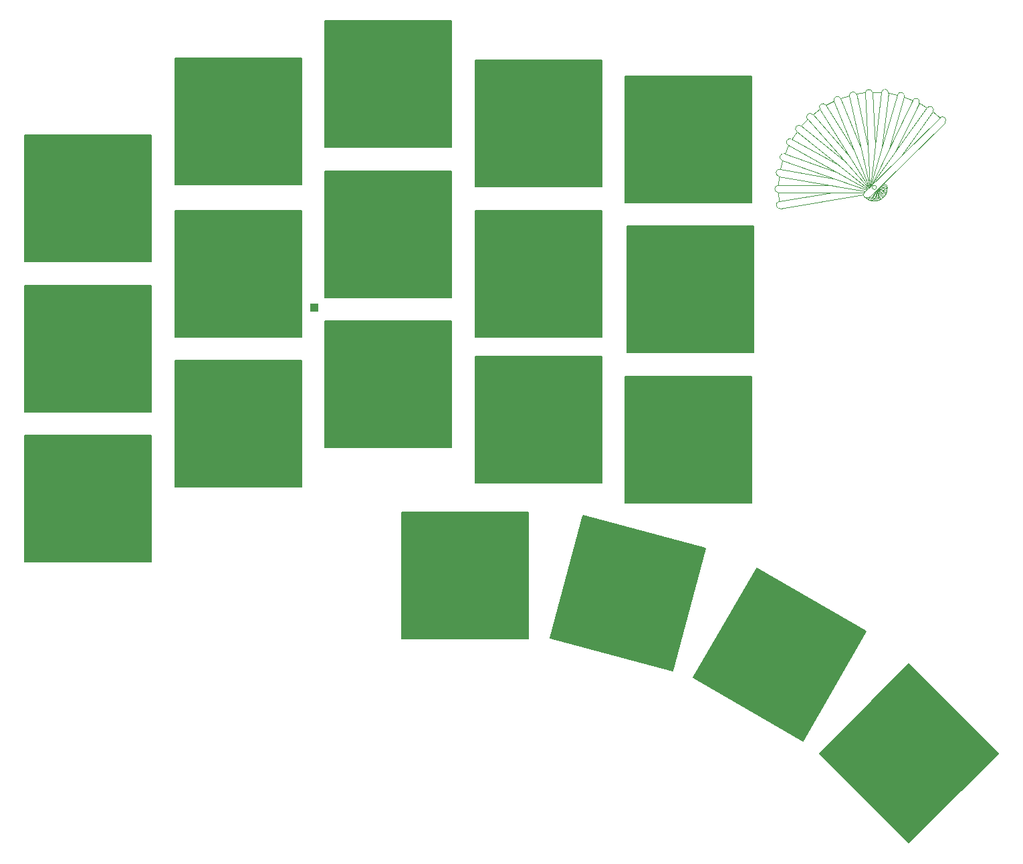
<source format=gbr>
%TF.GenerationSoftware,KiCad,Pcbnew,(5.99.0-10697-g71f40bd67c)*%
%TF.CreationDate,2021-06-16T08:39:25+02:00*%
%TF.ProjectId,switchplate,73776974-6368-4706-9c61-74652e6b6963,rev?*%
%TF.SameCoordinates,Original*%
%TF.FileFunction,Soldermask,Top*%
%TF.FilePolarity,Negative*%
%FSLAX46Y46*%
G04 Gerber Fmt 4.6, Leading zero omitted, Abs format (unit mm)*
G04 Created by KiCad (PCBNEW (5.99.0-10697-g71f40bd67c)) date 2021-06-16 08:39:25*
%MOMM*%
%LPD*%
G01*
G04 APERTURE LIST*
%ADD10C,0.037120*%
%ADD11C,0.150000*%
%ADD12R,1.000000X1.000000*%
G04 APERTURE END LIST*
D10*
X197229778Y-55012513D02*
G75*
G02*
X197960546Y-55538309I365384J-262898D01*
G01*
D11*
X181499999Y-135160255D02*
X167643595Y-127160253D01*
X167643595Y-127160253D02*
X175643592Y-113303845D01*
X175643592Y-113303845D02*
X189499999Y-121303845D01*
X189499999Y-121303845D02*
X181499999Y-135160255D01*
G36*
X189499999Y-121303845D02*
G01*
X181499999Y-135160255D01*
X167643595Y-127160253D01*
X175643592Y-113303845D01*
X189499999Y-121303845D01*
G37*
X189499999Y-121303845D02*
X181499999Y-135160255D01*
X167643595Y-127160253D01*
X175643592Y-113303845D01*
X189499999Y-121303845D01*
D10*
X191641660Y-65877468D02*
G75*
G02*
X191453519Y-66601249I-336622J-298841D01*
G01*
X191832994Y-65270421D02*
X191224907Y-65056257D01*
D11*
X156000000Y-65000000D02*
X140000000Y-65000000D01*
X140000000Y-65000000D02*
X140000000Y-49000000D01*
X140000000Y-49000000D02*
X156000000Y-49000000D01*
X156000000Y-49000000D02*
X156000000Y-65000000D01*
G36*
X156000000Y-65000000D02*
G01*
X140000000Y-65000000D01*
X140000000Y-49000000D01*
X156000000Y-49000000D01*
X156000000Y-65000000D01*
G37*
X156000000Y-65000000D02*
X140000000Y-65000000D01*
X140000000Y-49000000D01*
X156000000Y-49000000D01*
X156000000Y-65000000D01*
X156000000Y-102500000D02*
X140000000Y-102500000D01*
X140000000Y-102500000D02*
X140000000Y-86500000D01*
X140000000Y-86500000D02*
X156000000Y-86500000D01*
X156000000Y-86500000D02*
X156000000Y-102500000D01*
G36*
X156000000Y-102500000D02*
G01*
X140000000Y-102500000D01*
X140000000Y-86500000D01*
X156000000Y-86500000D01*
X156000000Y-102500000D01*
G37*
X156000000Y-102500000D02*
X140000000Y-102500000D01*
X140000000Y-86500000D01*
X156000000Y-86500000D01*
X156000000Y-102500000D01*
D10*
X189181528Y-65986693D02*
X178658326Y-67766205D01*
D11*
X99000000Y-74500000D02*
X83000000Y-74500000D01*
X83000000Y-74500000D02*
X83000000Y-58500000D01*
X83000000Y-58500000D02*
X99000000Y-58500000D01*
X99000000Y-58500000D02*
X99000000Y-74500000D01*
G36*
X99000000Y-74500000D02*
G01*
X83000000Y-74500000D01*
X83000000Y-58500000D01*
X99000000Y-58500000D01*
X99000000Y-74500000D01*
G37*
X99000000Y-74500000D02*
X83000000Y-74500000D01*
X83000000Y-58500000D01*
X99000000Y-58500000D01*
X99000000Y-74500000D01*
D10*
X178398215Y-64830372D02*
X178481454Y-63680197D01*
X185453383Y-54150180D02*
G75*
G02*
X186283630Y-53810589I430916J131185D01*
G01*
X187382537Y-53448919D02*
G75*
G02*
X188274706Y-53250206I478000J-43936D01*
G01*
X189947634Y-66315736D02*
X199478547Y-56917595D01*
X189925371Y-65073359D02*
X185453379Y-54150183D01*
X190009636Y-64990267D02*
X189413855Y-53081034D01*
D11*
X118000000Y-84000000D02*
X102000000Y-84000000D01*
X102000000Y-84000000D02*
X102000000Y-68000000D01*
X102000000Y-68000000D02*
X118000000Y-68000000D01*
X118000000Y-68000000D02*
X118000000Y-84000000D01*
G36*
X118000000Y-84000000D02*
G01*
X102000000Y-84000000D01*
X102000000Y-68000000D01*
X118000000Y-68000000D01*
X118000000Y-84000000D01*
G37*
X118000000Y-84000000D02*
X102000000Y-84000000D01*
X102000000Y-68000000D01*
X118000000Y-68000000D01*
X118000000Y-84000000D01*
D10*
X191803821Y-65482621D02*
X191157100Y-65123124D01*
D11*
X137000000Y-98000000D02*
X121000000Y-98000000D01*
X121000000Y-98000000D02*
X121000000Y-82000000D01*
X121000000Y-82000000D02*
X137000000Y-82000000D01*
X137000000Y-82000000D02*
X137000000Y-98000000D01*
G36*
X137000000Y-98000000D02*
G01*
X121000000Y-98000000D01*
X121000000Y-82000000D01*
X137000000Y-82000000D01*
X137000000Y-98000000D01*
G37*
X137000000Y-98000000D02*
X121000000Y-98000000D01*
X121000000Y-82000000D01*
X137000000Y-82000000D01*
X137000000Y-98000000D01*
D10*
X183669821Y-55165238D02*
G75*
G02*
X184433868Y-54689088I382749J236911D01*
G01*
X190777259Y-66456970D02*
G75*
G02*
X190111516Y-66797592I-447021J52792D01*
G01*
X190563848Y-66475039D02*
G75*
G02*
X189850351Y-66699040I-431815J127106D01*
G01*
X190118050Y-64883364D02*
X195423812Y-54037886D01*
X191706032Y-64646738D02*
G75*
G02*
X192220151Y-65189813I75057J-443836D01*
G01*
X189750630Y-65245664D02*
X180735104Y-58013657D01*
X188048827Y-60489754D02*
X184433868Y-54689088D01*
X192347096Y-53164147D02*
X193479832Y-53380344D01*
X185233094Y-64838598D02*
X178398215Y-64830372D01*
D11*
X175000000Y-67000000D02*
X159000000Y-67000000D01*
X159000000Y-67000000D02*
X159000000Y-51000000D01*
X159000000Y-51000000D02*
X175000000Y-51000000D01*
X175000000Y-51000000D02*
X175000000Y-67000000D01*
G36*
X175000000Y-67000000D02*
G01*
X159000000Y-67000000D01*
X159000000Y-51000000D01*
X175000000Y-51000000D01*
X175000000Y-67000000D01*
G37*
X175000000Y-67000000D02*
X159000000Y-67000000D01*
X159000000Y-51000000D01*
X175000000Y-51000000D01*
X175000000Y-67000000D01*
D10*
X190984625Y-66403319D02*
X190930511Y-65346555D01*
X189756126Y-59922770D02*
X188274706Y-53250206D01*
X191180031Y-66315607D02*
G75*
G02*
X190664590Y-66857443I-439300J-98184D01*
G01*
X190143056Y-66403403D02*
X190837413Y-65438352D01*
X191513274Y-66048886D02*
G75*
G02*
X191206287Y-66730809I-382019J-238084D01*
G01*
X191453297Y-53058590D02*
G75*
G02*
X192347096Y-53164147I445642J-63425D01*
G01*
X191832993Y-65270422D02*
G75*
G02*
X192022793Y-65990749I-149531J-424569D01*
G01*
D11*
X118000000Y-103000000D02*
X102000000Y-103000000D01*
X102000000Y-103000000D02*
X102000000Y-87000000D01*
X102000000Y-87000000D02*
X118000000Y-87000000D01*
X118000000Y-87000000D02*
X118000000Y-103000000D01*
G36*
X118000000Y-103000000D02*
G01*
X102000000Y-103000000D01*
X102000000Y-87000000D01*
X118000000Y-87000000D01*
X118000000Y-103000000D01*
G37*
X118000000Y-103000000D02*
X102000000Y-103000000D01*
X102000000Y-87000000D01*
X118000000Y-87000000D01*
X118000000Y-103000000D01*
D10*
X178908881Y-61673029D02*
G75*
G02*
X179207953Y-60823889I149536J424570D01*
G01*
X180104685Y-58979266D02*
X180735104Y-58013657D01*
D11*
X194928930Y-148071068D02*
X183615225Y-136757357D01*
X183615225Y-136757357D02*
X194928932Y-125443648D01*
X194928932Y-125443648D02*
X206242642Y-136757357D01*
X206242642Y-136757357D02*
X194928930Y-148071068D01*
G36*
X206242642Y-136757357D02*
G01*
X194928930Y-148071068D01*
X183615225Y-136757357D01*
X194928932Y-125443648D01*
X206242642Y-136757357D01*
G37*
X206242642Y-136757357D02*
X194928930Y-148071068D01*
X183615225Y-136757357D01*
X194928932Y-125443648D01*
X206242642Y-136757357D01*
D10*
X178481456Y-63680188D02*
G75*
G02*
X178633694Y-62792898I76119J443645D01*
G01*
X195423814Y-54037884D02*
G75*
G02*
X196232496Y-54433508I404341J-197812D01*
G01*
X178633694Y-62792898D02*
X178908885Y-61673029D01*
D11*
X99000000Y-93500000D02*
X83000000Y-93500000D01*
X83000000Y-93500000D02*
X83000000Y-77500000D01*
X83000000Y-77500000D02*
X99000000Y-77500000D01*
X99000000Y-77500000D02*
X99000000Y-93500000D01*
G36*
X99000000Y-93500000D02*
G01*
X83000000Y-93500000D01*
X83000000Y-77500000D01*
X99000000Y-77500000D01*
X99000000Y-93500000D01*
G37*
X99000000Y-93500000D02*
X83000000Y-93500000D01*
X83000000Y-77500000D01*
X99000000Y-77500000D01*
X99000000Y-93500000D01*
D10*
X178397133Y-65730642D02*
G75*
G02*
X178398215Y-64830372I541J450135D01*
G01*
X178508206Y-66878459D02*
X178397135Y-65730643D01*
X190143055Y-66403402D02*
G75*
G02*
X189395634Y-66378562I-365386J262895D01*
G01*
X191826105Y-65056331D02*
G75*
G02*
X192131432Y-65739047I-76105J-443669D01*
G01*
X185654679Y-63094429D02*
X179207953Y-60823889D01*
X187292933Y-60978982D02*
X182755279Y-55867684D01*
X190350424Y-66457008D02*
G75*
G02*
X189609444Y-66558023I-404342J197809D01*
G01*
X191783384Y-64846452D02*
G75*
G02*
X192199024Y-65468160I-529J-450145D01*
G01*
X193968699Y-61086354D02*
X197960546Y-55538309D01*
X186078619Y-62300078D02*
X180104685Y-58979266D01*
X190300497Y-53035629D02*
X191453286Y-53058591D01*
X198846443Y-56276559D02*
G75*
G02*
X199478547Y-56917595I316052J-320518D01*
G01*
X186283630Y-53810589D02*
X187382532Y-53448917D01*
X180735104Y-58013662D02*
G75*
G02*
X181298426Y-57311410I281661J351126D01*
G01*
X181298426Y-57311410D02*
X182082037Y-56465370D01*
X188876315Y-60134360D02*
X186283630Y-53810589D01*
X190084025Y-64916914D02*
X193479832Y-53380344D01*
X190777265Y-66456969D02*
X190905489Y-65371226D01*
X191803821Y-65482621D02*
G75*
G02*
X191863777Y-66232367I-216607J-394592D01*
G01*
X189947646Y-66315731D02*
G75*
G02*
X189315526Y-65674703I-316060J320514D01*
G01*
X189817969Y-65179261D02*
X182082037Y-56465370D01*
X190649738Y-59861595D02*
X190300497Y-53035629D01*
X191783383Y-64846460D02*
X191438083Y-64846052D01*
X190984625Y-66403320D02*
G75*
G02*
X190385522Y-66850902I-449545J-23020D01*
G01*
X191545494Y-59951866D02*
X192347096Y-53164147D01*
D11*
X146750000Y-122250000D02*
X130750000Y-122250000D01*
X130750000Y-122250000D02*
X130750000Y-106250000D01*
X130750000Y-106250000D02*
X146750000Y-106250000D01*
X146750000Y-106250000D02*
X146750000Y-122250000D01*
G36*
X146750000Y-122250000D02*
G01*
X130750000Y-122250000D01*
X130750000Y-106250000D01*
X146750000Y-106250000D01*
X146750000Y-122250000D01*
G37*
X146750000Y-122250000D02*
X130750000Y-122250000D01*
X130750000Y-106250000D01*
X146750000Y-106250000D01*
X146750000Y-122250000D01*
D10*
X178658320Y-67766201D02*
G75*
G02*
X178508206Y-66878459I-75058J443871D01*
G01*
X191513279Y-66048891D02*
X191020362Y-65257956D01*
X191739435Y-65686911D02*
G75*
G02*
X191675519Y-66431973I-281664J-351110D01*
G01*
X193479835Y-53380346D02*
G75*
G02*
X194343461Y-53634554I431813J-127104D01*
G01*
X192413475Y-60191294D02*
X194343461Y-53634554D01*
D11*
X175000000Y-105000000D02*
X159000000Y-105000000D01*
X159000000Y-105000000D02*
X159000000Y-89000000D01*
X159000000Y-89000000D02*
X175000000Y-89000000D01*
X175000000Y-89000000D02*
X175000000Y-105000000D01*
G36*
X175000000Y-105000000D02*
G01*
X159000000Y-105000000D01*
X159000000Y-89000000D01*
X175000000Y-89000000D01*
X175000000Y-105000000D01*
G37*
X175000000Y-105000000D02*
X159000000Y-105000000D01*
X159000000Y-89000000D01*
X175000000Y-89000000D01*
X175000000Y-105000000D01*
D10*
X189315526Y-65674703D02*
X198846442Y-56276561D01*
X189970035Y-65029320D02*
X187382532Y-53448917D01*
X185247422Y-65738885D02*
X178508206Y-66878459D01*
X186629922Y-61588191D02*
X181298426Y-57311410D01*
D11*
X175250000Y-86000000D02*
X159250000Y-86000000D01*
X159250000Y-86000000D02*
X159250000Y-70000000D01*
X159250000Y-70000000D02*
X175250000Y-70000000D01*
X175250000Y-70000000D02*
X175250000Y-86000000D01*
G36*
X175250000Y-86000000D02*
G01*
X159250000Y-86000000D01*
X159250000Y-70000000D01*
X175250000Y-70000000D01*
X175250000Y-86000000D01*
G37*
X175250000Y-86000000D02*
X159250000Y-86000000D01*
X159250000Y-70000000D01*
X175250000Y-70000000D01*
X175250000Y-86000000D01*
D10*
X182082039Y-56465381D02*
G75*
G02*
X182755279Y-55867684I337234J298157D01*
G01*
X190048476Y-64951966D02*
X191453286Y-53058591D01*
X191357791Y-66195991D02*
G75*
G02*
X190940789Y-66817030I-416434J-170901D01*
G01*
D11*
X137000000Y-60000000D02*
X121000000Y-60000000D01*
X121000000Y-60000000D02*
X121000000Y-44000000D01*
X121000000Y-44000000D02*
X137000000Y-44000000D01*
X137000000Y-44000000D02*
X137000000Y-60000000D01*
G36*
X137000000Y-60000000D02*
G01*
X121000000Y-60000000D01*
X121000000Y-44000000D01*
X137000000Y-44000000D01*
X137000000Y-60000000D01*
G37*
X137000000Y-60000000D02*
X121000000Y-60000000D01*
X121000000Y-44000000D01*
X137000000Y-44000000D01*
X137000000Y-60000000D01*
X118000000Y-64750000D02*
X102000000Y-64750000D01*
X102000000Y-64750000D02*
X102000000Y-48750000D01*
X102000000Y-48750000D02*
X118000000Y-48750000D01*
X118000000Y-48750000D02*
X118000000Y-64750000D01*
G36*
X118000000Y-64750000D02*
G01*
X102000000Y-64750000D01*
X102000000Y-48750000D01*
X118000000Y-48750000D01*
X118000000Y-64750000D01*
G37*
X118000000Y-64750000D02*
X102000000Y-64750000D01*
X102000000Y-48750000D01*
X118000000Y-48750000D01*
X118000000Y-64750000D01*
X164984226Y-126272972D02*
X149529414Y-122131867D01*
X149529414Y-122131867D02*
X153670517Y-106677052D01*
X153670517Y-106677052D02*
X169125331Y-110818155D01*
X169125331Y-110818155D02*
X164984226Y-126272972D01*
G36*
X169125331Y-110818155D02*
G01*
X164984226Y-126272972D01*
X149529414Y-122131867D01*
X153670517Y-106677052D01*
X169125331Y-110818155D01*
G37*
X169125331Y-110818155D02*
X164984226Y-126272972D01*
X149529414Y-122131867D01*
X153670517Y-106677052D01*
X169125331Y-110818155D01*
X156000000Y-84000000D02*
X140000000Y-84000000D01*
X140000000Y-84000000D02*
X140000000Y-68000000D01*
X140000000Y-68000000D02*
X156000000Y-68000000D01*
X156000000Y-68000000D02*
X156000000Y-84000000D01*
G36*
X156000000Y-84000000D02*
G01*
X140000000Y-84000000D01*
X140000000Y-68000000D01*
X156000000Y-68000000D01*
X156000000Y-84000000D01*
G37*
X156000000Y-84000000D02*
X140000000Y-84000000D01*
X140000000Y-68000000D01*
X156000000Y-68000000D01*
X156000000Y-84000000D01*
D10*
X189875305Y-65122730D02*
X183669829Y-55165238D01*
X191357787Y-66195995D02*
X190986516Y-65291329D01*
X188274706Y-53250206D02*
X189413855Y-53081034D01*
X190350423Y-66457010D02*
X190859342Y-65416731D01*
X190823541Y-65084214D02*
G75*
G03*
X190823541Y-65084214I-270942J0D01*
G01*
X184433868Y-54689088D02*
X185453379Y-54150183D01*
X190563847Y-66475037D02*
X190881912Y-65394479D01*
X191180028Y-66315615D02*
X190957504Y-65319937D01*
X185370144Y-63948689D02*
X178633694Y-62792898D01*
X191706036Y-64646742D02*
X191626586Y-64660178D01*
X190151107Y-64850768D02*
X197229778Y-55012519D01*
X189413858Y-53081029D02*
G75*
G02*
X190300497Y-53035629I447502J-58984D01*
G01*
X194343461Y-53634554D02*
X195423812Y-54037886D01*
X179667281Y-59766130D02*
G75*
G02*
X180104685Y-58979266I218702J393432D01*
G01*
X189669152Y-65326008D02*
X179667280Y-59766134D01*
X189258271Y-65743706D02*
X178397135Y-65730643D01*
D11*
X99000000Y-112500000D02*
X83000000Y-112500000D01*
X83000000Y-112500000D02*
X83000000Y-96500000D01*
X83000000Y-96500000D02*
X99000000Y-96500000D01*
X99000000Y-96500000D02*
X99000000Y-112500000D01*
G36*
X99000000Y-112500000D02*
G01*
X83000000Y-112500000D01*
X83000000Y-96500000D01*
X99000000Y-96500000D01*
X99000000Y-112500000D01*
G37*
X99000000Y-112500000D02*
X83000000Y-112500000D01*
X83000000Y-96500000D01*
X99000000Y-96500000D01*
X99000000Y-112500000D01*
D10*
X191739433Y-65686918D02*
X191103060Y-65176411D01*
X193228932Y-60573073D02*
X196232496Y-54433508D01*
X189566933Y-65426802D02*
X178908885Y-61673029D01*
X191826107Y-65056331D02*
X191313934Y-64968476D01*
X189432723Y-65559142D02*
X178481454Y-63680197D01*
X196232496Y-54433508D02*
X197229778Y-55012519D01*
X191641660Y-65877466D02*
X191058392Y-65220454D01*
X197960546Y-55538309D02*
X198846442Y-56276561D01*
D11*
X137000000Y-79000000D02*
X121000000Y-79000000D01*
X121000000Y-79000000D02*
X121000000Y-63000000D01*
X121000000Y-63000000D02*
X137000000Y-63000000D01*
X137000000Y-63000000D02*
X137000000Y-79000000D01*
G36*
X137000000Y-79000000D02*
G01*
X121000000Y-79000000D01*
X121000000Y-63000000D01*
X137000000Y-63000000D01*
X137000000Y-79000000D01*
G37*
X137000000Y-79000000D02*
X121000000Y-79000000D01*
X121000000Y-63000000D01*
X137000000Y-63000000D01*
X137000000Y-79000000D01*
D10*
X179207953Y-60823889D02*
X179667280Y-59766134D01*
X182755279Y-55867684D02*
X183669829Y-55165238D01*
D12*
%TO.C,e*%
X119600000Y-80340000D03*
%TD*%
M02*

</source>
